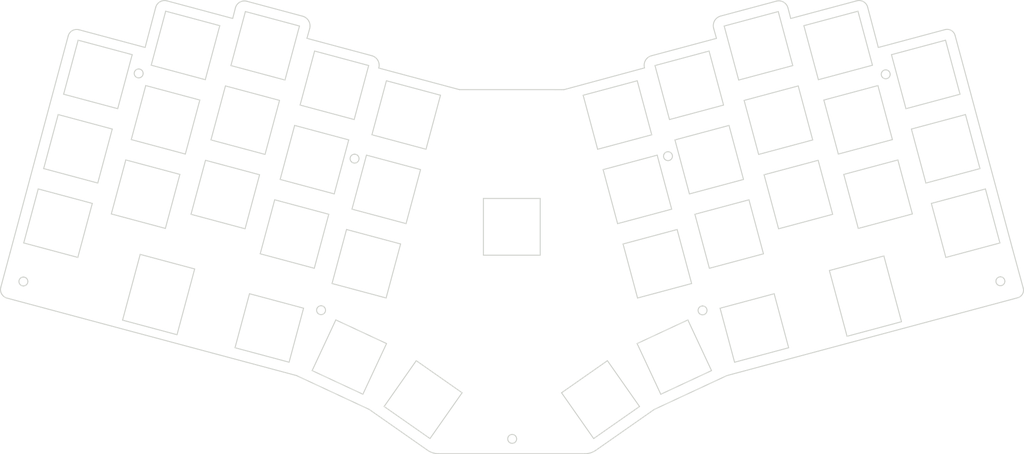
<source format=kicad_pcb>
(kicad_pcb (version 20171130) (host pcbnew "(5.1.10)-1")

  (general
    (thickness 1.6)
    (drawings 270)
    (tracks 0)
    (zones 0)
    (modules 0)
    (nets 1)
  )

  (page A4)
  (layers
    (0 F.Cu signal)
    (31 B.Cu signal)
    (32 B.Adhes user)
    (33 F.Adhes user)
    (34 B.Paste user)
    (35 F.Paste user)
    (36 B.SilkS user)
    (37 F.SilkS user)
    (38 B.Mask user)
    (39 F.Mask user)
    (40 Dwgs.User user)
    (41 Cmts.User user)
    (42 Eco1.User user)
    (43 Eco2.User user)
    (44 Edge.Cuts user)
    (45 Margin user)
    (46 B.CrtYd user)
    (47 F.CrtYd user)
    (48 B.Fab user)
    (49 F.Fab user)
  )

  (setup
    (last_trace_width 0.254)
    (trace_clearance 0.2)
    (zone_clearance 0.508)
    (zone_45_only no)
    (trace_min 0.2)
    (via_size 0.8)
    (via_drill 0.4)
    (via_min_size 0.4)
    (via_min_drill 0.3)
    (uvia_size 0.3)
    (uvia_drill 0.1)
    (uvias_allowed no)
    (uvia_min_size 0.2)
    (uvia_min_drill 0.1)
    (edge_width 0.05)
    (segment_width 0.2)
    (pcb_text_width 0.3)
    (pcb_text_size 1.5 1.5)
    (mod_edge_width 0.12)
    (mod_text_size 1 1)
    (mod_text_width 0.15)
    (pad_size 1.524 1.524)
    (pad_drill 0.762)
    (pad_to_mask_clearance 0)
    (aux_axis_origin 0 0)
    (visible_elements 7FFFFFFF)
    (pcbplotparams
      (layerselection 0x010fc_ffffffff)
      (usegerberextensions false)
      (usegerberattributes true)
      (usegerberadvancedattributes true)
      (creategerberjobfile true)
      (excludeedgelayer true)
      (linewidth 0.100000)
      (plotframeref false)
      (viasonmask false)
      (mode 1)
      (useauxorigin false)
      (hpglpennumber 1)
      (hpglpenspeed 20)
      (hpglpendiameter 15.000000)
      (psnegative false)
      (psa4output false)
      (plotreference true)
      (plotvalue true)
      (plotinvisibletext false)
      (padsonsilk false)
      (subtractmaskfromsilk false)
      (outputformat 1)
      (mirror false)
      (drillshape 0)
      (scaleselection 1)
      (outputdirectory "gerbers/"))
  )

  (net 0 "")

  (net_class Default "This is the default net class."
    (clearance 0.2)
    (trace_width 0.254)
    (via_dia 0.8)
    (via_drill 0.4)
    (uvia_dia 0.3)
    (uvia_drill 0.1)
  )

  (net_class Power ""
    (clearance 0.2)
    (trace_width 0.381)
    (via_dia 0.8)
    (via_drill 0.4)
    (uvia_dia 0.3)
    (uvia_drill 0.1)
  )

  (gr_line (start 244.28262 118.2953) (end 230.85618 121.89194) (layer Edge.Cuts) (width 0.25))
  (gr_line (start 239.93414 102.06724) (end 226.5077 105.66388) (layer Edge.Cuts) (width 0.25))
  (gr_line (start 155.22006 101.87928) (end 155.22006 87.8788) (layer Edge.Cuts) (width 0.25))
  (gr_line (start 96.03044 64.83084) (end 109.36036 68.40462) (layer Edge.Cuts) (width 0.25))
  (gr_line (start 52.2637 117.90922) (end 56.61218 101.68116) (layer Edge.Cuts) (width 0.25))
  (gr_line (start 96.03044 64.83084) (end 99.60422 51.50092) (layer Edge.Cuts) (width 0.25))
  (gr_line (start 112.93414 55.0747) (end 109.36036 68.40462) (layer Edge.Cuts) (width 0.25))
  (gr_line (start 103.09926 91.78024) (end 89.76934 88.20646) (layer Edge.Cuts) (width 0.25))
  (gr_line (start 86.19556 101.53638) (end 99.52548 105.10762) (layer Edge.Cuts) (width 0.25))
  (gr_line (start 65.69014 121.50586) (end 52.2637 117.90922) (layer Edge.Cuts) (width 0.25))
  (gr_line (start 70.03862 105.277799) (end 56.61218 101.68116) (layer Edge.Cuts) (width 0.25))
  (gr_line (start 65.69014 121.50586) (end 70.03862 105.277799) (layer Edge.Cuts) (width 0.25))
  (gr_line (start 230.85618 121.89194) (end 226.5077 105.66388) (layer Edge.Cuts) (width 0.25))
  (gr_line (start 244.28262 118.2953) (end 239.93414 102.06724) (layer Edge.Cuts) (width 0.25))
  (gr_line (start 141.21958 101.87928) (end 141.21958 87.8788) (layer Edge.Cuts) (width 0.25))
  (gr_line (start 155.22006 101.87928) (end 141.21958 101.87928) (layer Edge.Cuts) (width 0.25))
  (gr_line (start 86.19556 101.53638) (end 89.76934 88.20646) (layer Edge.Cuts) (width 0.25))
  (gr_line (start 155.22006 87.8788) (end 141.21958 87.8788) (layer Edge.Cuts) (width 0.25))
  (gr_line (start 103.09926 91.78024) (end 99.52548 105.10762) (layer Edge.Cuts) (width 0.25))
  (gr_line (start 264.970919 85.53184) (end 251.641 89.10308) (layer Edge.Cuts) (width 0.25))
  (gr_line (start 191.61318 117.85588) (end 179.10622 123.68772) (layer Edge.Cuts) (width 0.25))
  (gr_line (start 203.13208 128.29274) (end 199.56084 114.96282) (layer Edge.Cuts) (width 0.25))
  (gr_line (start 108.0167 73.4262) (end 104.44292 86.75612) (layer Edge.Cuts) (width 0.25))
  (gr_line (start 212.89076 111.39158) (end 199.56084 114.96282) (layer Edge.Cuts) (width 0.25))
  (gr_line (start 98.9997 130.3603) (end 104.83154 117.85334) (layer Edge.Cuts) (width 0.25))
  (gr_line (start 117.3385 123.68518) (end 111.50666 136.19214) (layer Edge.Cuts) (width 0.25))
  (gr_line (start 223.73656 78.46302) (end 227.3078 91.79294) (layer Edge.Cuts) (width 0.25))
  (gr_line (start 243.38346 78.37412) (end 230.05354 81.94536) (layer Edge.Cuts) (width 0.25))
  (gr_line (start 233.62478 95.27528) (end 230.05354 81.94536) (layer Edge.Cuts) (width 0.25))
  (gr_line (start 212.89076 111.39158) (end 216.462 124.7215) (layer Edge.Cuts) (width 0.25))
  (gr_line (start 91.113 83.18488) (end 94.68678 69.85496) (layer Edge.Cuts) (width 0.25))
  (gr_line (start 243.38346 78.37412) (end 246.9547 91.70404) (layer Edge.Cuts) (width 0.25))
  (gr_line (start 135.964319 135.82892) (end 128.04968 147.13192) (layer Edge.Cuts) (width 0.25))
  (gr_line (start 206.67792 88.209) (end 193.348 91.78024) (layer Edge.Cuts) (width 0.25))
  (gr_line (start 196.91924 105.11016) (end 193.348 91.78024) (layer Edge.Cuts) (width 0.25))
  (gr_line (start 49.49256 91.7015) (end 62.81994 95.27274) (layer Edge.Cuts) (width 0.25))
  (gr_line (start 255.21224 102.433) (end 268.54216 98.86176) (layer Edge.Cuts) (width 0.25))
  (gr_line (start 196.84304 51.50346) (end 183.51312 55.07724) (layer Edge.Cuts) (width 0.25))
  (gr_line (start 203.13208 128.29274) (end 216.462 124.7215) (layer Edge.Cuts) (width 0.25))
  (gr_line (start 49.49256 91.7015) (end 53.0638 78.37158) (layer Edge.Cuts) (width 0.25))
  (gr_line (start 187.08436 68.40462) (end 200.41428 64.83338) (layer Edge.Cuts) (width 0.25))
  (gr_line (start 66.39372 81.94282) (end 62.81994 95.27274) (layer Edge.Cuts) (width 0.25))
  (gr_line (start 116.74668 139.21728) (end 128.04968 147.13192) (layer Edge.Cuts) (width 0.25))
  (gr_line (start 191.61318 117.85588) (end 197.44756 130.36284) (layer Edge.Cuts) (width 0.25))
  (gr_line (start 168.39504 147.13446) (end 179.70058 139.21982) (layer Edge.Cuts) (width 0.25))
  (gr_line (start 120.80306 99.11068) (end 107.47314 95.53944) (layer Edge.Cuts) (width 0.25))
  (gr_line (start 255.21224 102.433) (end 251.641 89.10308) (layer Edge.Cuts) (width 0.25))
  (gr_line (start 98.9997 130.3603) (end 111.50666 136.19214) (layer Edge.Cuts) (width 0.25))
  (gr_line (start 86.04062 82.03172) (end 72.7107 78.46048) (layer Edge.Cuts) (width 0.25))
  (gr_line (start 187.08436 68.40462) (end 183.51312 55.07724) (layer Edge.Cuts) (width 0.25))
  (gr_line (start 213.97788 95.36418) (end 227.3078 91.79294) (layer Edge.Cuts) (width 0.25))
  (gr_line (start 116.74668 139.21728) (end 124.66132 127.91174) (layer Edge.Cuts) (width 0.25))
  (gr_line (start 103.9019 108.86936) (end 117.23182 112.4406) (layer Edge.Cuts) (width 0.25))
  (gr_line (start 171.78594 127.91428) (end 179.70058 139.21982) (layer Edge.Cuts) (width 0.25))
  (gr_line (start 69.136919 91.7904) (end 82.46684 95.36164) (layer Edge.Cuts) (width 0.25))
  (gr_line (start 69.136919 91.7904) (end 72.7107 78.46048) (layer Edge.Cuts) (width 0.25))
  (gr_line (start 91.113 83.18488) (end 104.44292 86.75612) (layer Edge.Cuts) (width 0.25))
  (gr_line (start 86.04062 82.03172) (end 82.46684 95.36164) (layer Edge.Cuts) (width 0.25))
  (gr_line (start 188.97158 95.54198) (end 175.64166 99.11322) (layer Edge.Cuts) (width 0.25))
  (gr_line (start 168.39504 147.13446) (end 160.4804 135.83146) (layer Edge.Cuts) (width 0.25))
  (gr_line (start 103.9019 108.86936) (end 107.47314 95.53944) (layer Edge.Cuts) (width 0.25))
  (gr_line (start 96.88642 114.96028) (end 93.31518 128.2902) (layer Edge.Cuts) (width 0.25))
  (gr_line (start 120.80306 99.11068) (end 117.23182 112.4406) (layer Edge.Cuts) (width 0.25))
  (gr_line (start 179.21544 112.44314) (end 175.64166 99.11322) (layer Edge.Cuts) (width 0.25))
  (gr_line (start 79.98526 124.71896) (end 93.31518 128.2902) (layer Edge.Cuts) (width 0.25))
  (gr_line (start 108.0167 73.4262) (end 94.68678 69.85496) (layer Edge.Cuts) (width 0.25))
  (gr_line (start 179.21544 112.44314) (end 192.54282 108.8719) (layer Edge.Cuts) (width 0.25))
  (gr_line (start 96.88642 114.96028) (end 83.5565 111.38904) (layer Edge.Cuts) (width 0.25))
  (gr_line (start 112.93414 55.0747) (end 99.60422 51.50092) (layer Edge.Cuts) (width 0.25))
  (gr_line (start 196.84304 51.50346) (end 200.41428 64.83338) (layer Edge.Cuts) (width 0.25))
  (gr_line (start 188.97158 95.54198) (end 192.54282 108.8719) (layer Edge.Cuts) (width 0.25))
  (gr_line (start 184.9406 136.19468) (end 197.44756 130.36284) (layer Edge.Cuts) (width 0.25))
  (gr_line (start 184.9406 136.19468) (end 179.10622 123.68772) (layer Edge.Cuts) (width 0.25))
  (gr_line (start 213.97788 95.36418) (end 210.40664 82.03426) (layer Edge.Cuts) (width 0.25))
  (gr_line (start 233.62478 95.27528) (end 246.9547 91.70404) (layer Edge.Cuts) (width 0.25))
  (gr_line (start 196.91924 105.11016) (end 210.24916 101.53892) (layer Edge.Cuts) (width 0.25))
  (gr_line (start 117.3385 123.68518) (end 104.83154 117.85334) (layer Edge.Cuts) (width 0.25))
  (gr_line (start 223.73656 78.46302) (end 210.40664 82.03426) (layer Edge.Cuts) (width 0.25))
  (gr_line (start 206.67792 88.209) (end 210.24916 101.53892) (layer Edge.Cuts) (width 0.25))
  (gr_line (start 264.970919 85.53184) (end 268.54216 98.86176) (layer Edge.Cuts) (width 0.25))
  (gr_line (start 171.78594 127.91428) (end 160.4804 135.83146) (layer Edge.Cuts) (width 0.25))
  (gr_line (start 79.98526 124.71896) (end 83.5565 111.38904) (layer Edge.Cuts) (width 0.25))
  (gr_line (start 135.964319 135.82892) (end 124.66132 127.91174) (layer Edge.Cuts) (width 0.25))
  (gr_line (start 95.14144 131.584479) (end 23.801235 112.476653) (layer Edge.Cuts) (width 0.25))
  (gr_line (start 183.327703 139.943723) (end 168.942778 150.015978) (layer Edge.Cuts) (width 0.25))
  (gr_curve (pts (xy 255.006739 46.213384) (xy 256.087225 45.923867) (xy 257.198047 46.564132) (xy 257.489121 47.6442)) (layer Edge.Cuts) (width 0.25))
  (gr_curve (pts (xy 272.928486 112.382673) (xy 263.723195 114.848764) (xy 222.833201 125.803494) (xy 201.244865 131.587123)) (layer Edge.Cuts) (width 0.25))
  (gr_curve (pts (xy 198.203701 44.021532) (xy 198.528426 43.450752) (xy 199.068236 43.033813) (xy 199.702547 42.863852)) (layer Edge.Cuts) (width 0.25))
  (gr_curve (pts (xy 274.287818 110.010056) (xy 274.569682 111.043793) (xy 273.961072 112.106039) (xy 272.928486 112.382673)) (layer Edge.Cuts) (width 0.25))
  (gr_line (start 238.562537 50.61954) (end 255.006739 46.213384) (layer Edge.Cuts) (width 0.25))
  (gr_line (start 268.659 107.212559) (end 268.659 107.212559) (layer Edge.Cuts) (width 0.25))
  (gr_line (start 216.296519 40.863644) (end 216.975085 43.46436) (layer Edge.Cuts) (width 0.25))
  (gr_curve (pts (xy 113.702917 52.649329) (xy 114.339265 52.819813) (xy 114.880226 53.239224) (xy 115.203874 53.813032)) (layer Edge.Cuts) (width 0.25))
  (gr_curve (pts (xy 130.15472 150.86826) (xy 129.184687 150.868195) (xy 128.23816 150.569685) (xy 127.443593 150.013243)) (layer Edge.Cuts) (width 0.25))
  (gr_curve (pts (xy 233.252634 39.102857) (xy 233.814717 38.95225) (xy 234.413636 39.031696) (xy 234.917015 39.323636)) (layer Edge.Cuts) (width 0.25))
  (gr_curve (pts (xy 22.470825 111.455869) (xy 22.180294 110.952622) (xy 22.101615 110.354561) (xy 22.252101 109.793295)) (layer Edge.Cuts) (width 0.25))
  (gr_line (start 82.885315 39.214661) (end 96.639644 42.899568) (layer Edge.Cuts) (width 0.25))
  (gr_line (start 97.717 48.36656) (end 113.702917 52.649329) (layer Edge.Cuts) (width 0.25))
  (gr_curve (pts (xy 181.159859 53.805363) (xy 181.479389 53.243281) (xy 182.01082 52.832672) (xy 182.635347 52.665333)) (layer Edge.Cuts) (width 0.25))
  (gr_curve (pts (xy 149.086527 146.434628) (xy 148.880374 146.228475) (xy 148.60077 146.112659) (xy 148.309225 146.112659)) (layer Edge.Cuts) (width 0.25))
  (gr_curve (pts (xy 98.152449 44.066429) (xy 98.480733 44.641735) (xy 98.565334 45.324426) (xy 98.38741 45.962462)) (layer Edge.Cuts) (width 0.25))
  (gr_line (start 113.06114 139.941079) (end 95.14144 131.584479) (layer Edge.Cuts) (width 0.25))
  (gr_curve (pts (xy 81.143605 39.448572) (xy 81.669669 39.141216) (xy 82.296798 39.056992) (xy 82.885315 39.214661)) (layer Edge.Cuts) (width 0.25))
  (gr_curve (pts (xy 38.865642 47.769941) (xy 39.174025 46.619445) (xy 40.356614 45.936716) (xy 41.507148 46.244955)) (layer Edge.Cuts) (width 0.25))
  (gr_line (start 260.911999 60.3452) (end 271.5673 100.032703) (layer Edge.Cuts) (width 0.25))
  (gr_curve (pts (xy 96.639644 42.899568) (xy 97.279459 43.07098) (xy 97.824165 43.491124) (xy 98.152449 44.066429)) (layer Edge.Cuts) (width 0.25))
  (gr_line (start 79.41376 43.46182) (end 80.084607 40.850996) (layer Edge.Cuts) (width 0.25))
  (gr_line (start 199.702547 42.863852) (end 213.417731 39.188926) (layer Edge.Cuts) (width 0.25))
  (gr_line (start 127.443593 150.013243) (end 113.06114 139.941079) (layer Edge.Cuts) (width 0.25))
  (gr_line (start 24.55992 101.185863) (end 35.829897 59.09552) (layer Edge.Cuts) (width 0.25))
  (gr_line (start 161.090003 61.02592) (end 180.935023 55.65636) (layer Edge.Cuts) (width 0.25))
  (gr_curve (pts (xy 80.084607 40.850996) (xy 80.236233 40.260893) (xy 80.617541 39.755929) (xy 81.143605 39.448572)) (layer Edge.Cuts) (width 0.25))
  (gr_line (start 35.829897 59.09552) (end 38.865642 47.769941) (layer Edge.Cuts) (width 0.25))
  (gr_line (start 257.489121 47.6442) (end 260.911999 60.3452) (layer Edge.Cuts) (width 0.25))
  (gr_line (start 198.669303 48.3691) (end 197.974397 45.901474) (layer Edge.Cuts) (width 0.25))
  (gr_line (start 63.194664 39.115979) (end 79.41376 43.46182) (layer Edge.Cuts) (width 0.25))
  (gr_line (start 57.8263 50.617) (end 60.438218 40.714607) (layer Edge.Cuts) (width 0.25))
  (gr_curve (pts (xy 61.48444 39.342838) (xy 62.001683 39.042858) (xy 62.6171 38.961224) (xy 63.194664 39.115979)) (layer Edge.Cuts) (width 0.25))
  (gr_curve (pts (xy 213.417731 39.188926) (xy 214.021645 39.02711) (xy 214.665161 39.112908) (xy 215.205583 39.427296)) (layer Edge.Cuts) (width 0.25))
  (gr_curve (pts (xy 23.801235 112.476653) (xy 23.23993 112.326312) (xy 22.761355 111.959116) (xy 22.470825 111.455869)) (layer Edge.Cuts) (width 0.25))
  (gr_line (start 182.635347 52.665333) (end 198.669303 48.3691) (layer Edge.Cuts) (width 0.25))
  (gr_line (start 22.252101 109.793295) (end 24.55992 101.185863) (layer Edge.Cuts) (width 0.25))
  (gr_curve (pts (xy 60.438218 40.714607) (xy 60.590718 40.136444) (xy 60.967196 39.642819) (xy 61.48444 39.342838)) (layer Edge.Cuts) (width 0.25))
  (gr_curve (pts (xy 168.942778 150.015978) (xy 168.148172 150.572358) (xy 167.201614 150.870767) (xy 166.231585 150.870701)) (layer Edge.Cuts) (width 0.25))
  (gr_line (start 148.309225 146.112659) (end 148.309225 146.112659) (layer Edge.Cuts) (width 0.25))
  (gr_curve (pts (xy 148.729898 148.227524) (xy 149.140668 148.057378) (xy 149.408496 147.656544) (xy 149.408496 147.21193)) (layer Edge.Cuts) (width 0.25))
  (gr_line (start 235.935192 40.658634) (end 238.562537 50.61954) (layer Edge.Cuts) (width 0.25))
  (gr_line (start 135.291223 61.02084) (end 161.090003 61.02592) (layer Edge.Cuts) (width 0.25))
  (gr_line (start 180.935023 55.65636) (end 180.935023 55.656358) (layer Edge.Cuts) (width 0.25))
  (gr_line (start 166.231585 150.870701) (end 130.15472 150.86826) (layer Edge.Cuts) (width 0.25))
  (gr_curve (pts (xy 215.205583 39.427296) (xy 215.746006 39.741684) (xy 216.138675 40.25868) (xy 216.296519 40.863644)) (layer Edge.Cuts) (width 0.25))
  (gr_line (start 98.38741 45.962462) (end 97.717 48.36656) (layer Edge.Cuts) (width 0.25))
  (gr_line (start 201.244865 131.587123) (end 183.327703 139.943723) (layer Edge.Cuts) (width 0.25))
  (gr_curve (pts (xy 197.974397 45.901474) (xy 197.796391 45.269374) (xy 197.878975 44.592312) (xy 198.203701 44.021532)) (layer Edge.Cuts) (width 0.25))
  (gr_curve (pts (xy 115.203874 53.813032) (xy 115.527521 54.386841) (xy 115.606619 55.066758) (xy 115.42334 55.69954)) (layer Edge.Cuts) (width 0.25))
  (gr_line (start 115.42334 55.69954) (end 135.291223 61.02084) (layer Edge.Cuts) (width 0.25))
  (gr_curve (pts (xy 180.935023 55.656358) (xy 180.759349 55.034125) (xy 180.840329 54.367445) (xy 181.159859 53.805363)) (layer Edge.Cuts) (width 0.25))
  (gr_line (start 41.507148 46.244955) (end 57.8263 50.617) (layer Edge.Cuts) (width 0.25))
  (gr_line (start 271.5673 100.032703) (end 274.287818 110.010056) (layer Edge.Cuts) (width 0.25))
  (gr_line (start 216.975085 43.46436) (end 233.252634 39.102857) (layer Edge.Cuts) (width 0.25))
  (gr_curve (pts (xy 234.917015 39.323636) (xy 235.420394 39.615574) (xy 235.78678 40.095969) (xy 235.935192 40.658634)) (layer Edge.Cuts) (width 0.25))
  (gr_curve (pts (xy 149.408496 147.21193) (xy 149.408496 146.920385) (xy 149.292681 146.640782) (xy 149.086527 146.434628)) (layer Edge.Cuts) (width 0.25))
  (gr_line (start 95.8755 45.32618) (end 82.54558 41.75494) (layer Edge.Cuts) (width 0.25))
  (gr_curve (pts (xy 241.48833 57.241854) (xy 241.48833 56.950309) (xy 241.372514 56.670705) (xy 241.166361 56.464552)) (layer Edge.Cuts) (width 0.25))
  (gr_curve (pts (xy 55.461752 57.79914) (xy 55.776141 58.113529) (xy 56.248957 58.207578) (xy 56.659727 58.037432)) (layer Edge.Cuts) (width 0.25))
  (gr_line (start 54.64114 52.395) (end 41.31122 48.82376) (layer Edge.Cuts) (width 0.25))
  (gr_curve (pts (xy 269.75827 108.31183) (xy 269.75827 108.020285) (xy 269.642455 107.740682) (xy 269.436302 107.534528)) (layer Edge.Cuts) (width 0.25))
  (gr_curve (pts (xy 269.079673 109.327424) (xy 269.490441 109.157278) (xy 269.75827 108.756444) (xy 269.75827 108.31183)) (layer Edge.Cuts) (width 0.25))
  (gr_line (start 76.2286 45.23982) (end 72.65736 58.56974) (layer Edge.Cuts) (width 0.25))
  (gr_line (start 59.32744 54.99596) (end 62.89868 41.66604) (layer Edge.Cuts) (width 0.25))
  (gr_curve (pts (xy 147.531924 147.989232) (xy 147.846313 148.303621) (xy 148.319129 148.39767) (xy 148.729898 148.227524)) (layer Edge.Cuts) (width 0.25))
  (gr_curve (pts (xy 110.236463 77.274492) (xy 110.03031 77.068339) (xy 109.750706 76.952523) (xy 109.459161 76.952523)) (layer Edge.Cuts) (width 0.25))
  (gr_curve (pts (xy 147.293632 146.791257) (xy 147.123485 147.202027) (xy 147.217534 147.674843) (xy 147.531924 147.989232)) (layer Edge.Cuts) (width 0.25))
  (gr_curve (pts (xy 267.643405 107.891157) (xy 267.47326 108.301927) (xy 267.567309 108.774743) (xy 267.881697 109.089132)) (layer Edge.Cuts) (width 0.25))
  (gr_line (start 186.719116 76.342669) (end 186.719116 76.342669) (layer Edge.Cuts) (width 0.25))
  (gr_curve (pts (xy 56.659727 58.037432) (xy 57.070496 57.867286) (xy 57.338325 57.466452) (xy 57.338325 57.021838)) (layer Edge.Cuts) (width 0.25))
  (gr_line (start 195.239289 114.402535) (end 195.239289 114.402535) (layer Edge.Cuts) (width 0.25))
  (gr_curve (pts (xy 187.139788 78.457534) (xy 187.550558 78.287388) (xy 187.818386 77.886554) (xy 187.818386 77.44194)) (layer Edge.Cuts) (width 0.25))
  (gr_curve (pts (xy 241.166361 56.464552) (xy 240.960208 56.258398) (xy 240.680604 56.142583) (xy 240.389059 56.142583)) (layer Edge.Cuts) (width 0.25))
  (gr_line (start 37.73744 62.15368) (end 41.31122 48.82376) (layer Edge.Cuts) (width 0.25))
  (gr_curve (pts (xy 194.461987 116.279107) (xy 194.776376 116.593497) (xy 195.249192 116.687546) (xy 195.659962 116.517399)) (layer Edge.Cuts) (width 0.25))
  (gr_curve (pts (xy 57.338325 57.021838) (xy 57.338325 56.730293) (xy 57.222509 56.45069) (xy 57.016356 56.244535)) (layer Edge.Cuts) (width 0.25))
  (gr_line (start 27.819248 107.272503) (end 27.819248 107.272503) (layer Edge.Cuts) (width 0.25))
  (gr_curve (pts (xy 109.459161 76.952523) (xy 109.014547 76.952523) (xy 108.613713 77.220352) (xy 108.443567 77.631121)) (layer Edge.Cuts) (width 0.25))
  (gr_line (start 54.64114 52.395) (end 51.06736 65.72492) (layer Edge.Cuts) (width 0.25))
  (gr_curve (pts (xy 148.309225 146.112659) (xy 147.864612 146.112659) (xy 147.463778 146.380488) (xy 147.293632 146.791257)) (layer Edge.Cuts) (width 0.25))
  (gr_curve (pts (xy 195.659962 116.517399) (xy 196.070731 116.347253) (xy 196.33856 115.946419) (xy 196.33856 115.501806)) (layer Edge.Cuts) (width 0.25))
  (gr_line (start 240.389059 56.142583) (end 240.389059 56.142583) (layer Edge.Cuts) (width 0.25))
  (gr_curve (pts (xy 27.819248 107.272503) (xy 27.212137 107.272503) (xy 26.719977 107.764664) (xy 26.719977 108.371774)) (layer Edge.Cuts) (width 0.25))
  (gr_curve (pts (xy 269.436302 107.534528) (xy 269.230149 107.328375) (xy 268.950544 107.212559) (xy 268.659 107.212559)) (layer Edge.Cuts) (width 0.25))
  (gr_curve (pts (xy 28.59655 107.594472) (xy 28.390397 107.388319) (xy 28.110793 107.272503) (xy 27.819248 107.272503)) (layer Edge.Cuts) (width 0.25))
  (gr_curve (pts (xy 28.918519 108.371774) (xy 28.918519 108.080229) (xy 28.802703 107.800626) (xy 28.59655 107.594472)) (layer Edge.Cuts) (width 0.25))
  (gr_curve (pts (xy 267.881697 109.089132) (xy 268.196086 109.403521) (xy 268.668903 109.49757) (xy 269.079673 109.327424)) (layer Edge.Cuts) (width 0.25))
  (gr_curve (pts (xy 195.239289 114.402535) (xy 194.794676 114.402535) (xy 194.393841 114.670363) (xy 194.223695 115.081133)) (layer Edge.Cuts) (width 0.25))
  (gr_line (start 109.459161 76.952523) (end 109.459161 76.952523) (layer Edge.Cuts) (width 0.25))
  (gr_curve (pts (xy 109.879834 79.067388) (xy 110.290603 78.897242) (xy 110.558432 78.496408) (xy 110.558432 78.051794)) (layer Edge.Cuts) (width 0.25))
  (gr_line (start 37.73744 62.15368) (end 51.06736 65.72492) (layer Edge.Cuts) (width 0.25))
  (gr_curve (pts (xy 239.373465 56.821181) (xy 239.203319 57.23195) (xy 239.297368 57.704766) (xy 239.611757 58.019155)) (layer Edge.Cuts) (width 0.25))
  (gr_curve (pts (xy 185.941814 78.219242) (xy 186.256203 78.533631) (xy 186.729019 78.62768) (xy 187.139788 78.457534)) (layer Edge.Cuts) (width 0.25))
  (gr_curve (pts (xy 100.421779 116.229072) (xy 100.736168 116.543461) (xy 101.208984 116.63751) (xy 101.619754 116.467364)) (layer Edge.Cuts) (width 0.25))
  (gr_curve (pts (xy 185.703522 77.021267) (xy 185.533376 77.432037) (xy 185.627424 77.904853) (xy 185.941814 78.219242)) (layer Edge.Cuts) (width 0.25))
  (gr_line (start 56.239054 55.922567) (end 56.239054 55.922567) (layer Edge.Cuts) (width 0.25))
  (gr_curve (pts (xy 55.22346 56.601165) (xy 55.053314 57.011935) (xy 55.147363 57.484751) (xy 55.461752 57.79914)) (layer Edge.Cuts) (width 0.25))
  (gr_curve (pts (xy 240.809732 58.257447) (xy 241.220501 58.087301) (xy 241.48833 57.686467) (xy 241.48833 57.241854)) (layer Edge.Cuts) (width 0.25))
  (gr_curve (pts (xy 101.976383 114.674468) (xy 101.77023 114.468315) (xy 101.490626 114.352499) (xy 101.199081 114.352499)) (layer Edge.Cuts) (width 0.25))
  (gr_line (start 76.2286 45.23982) (end 62.89868 41.66604) (layer Edge.Cuts) (width 0.25))
  (gr_line (start 59.32744 54.99596) (end 72.65736 58.56974) (layer Edge.Cuts) (width 0.25))
  (gr_curve (pts (xy 240.389059 56.142583) (xy 239.944446 56.142583) (xy 239.543611 56.410411) (xy 239.373465 56.821181)) (layer Edge.Cuts) (width 0.25))
  (gr_curve (pts (xy 186.719116 76.342669) (xy 186.274502 76.342669) (xy 185.873668 76.610498) (xy 185.703522 77.021267)) (layer Edge.Cuts) (width 0.25))
  (gr_curve (pts (xy 101.619754 116.467364) (xy 102.030523 116.297218) (xy 102.298352 115.896384) (xy 102.298352 115.45177)) (layer Edge.Cuts) (width 0.25))
  (gr_curve (pts (xy 27.819248 109.471045) (xy 28.426359 109.471045) (xy 28.918519 108.978885) (xy 28.918519 108.371774)) (layer Edge.Cuts) (width 0.25))
  (gr_curve (pts (xy 108.681859 78.829096) (xy 108.996248 79.143485) (xy 109.469064 79.237534) (xy 109.879834 79.067388)) (layer Edge.Cuts) (width 0.25))
  (gr_curve (pts (xy 56.239054 55.922567) (xy 55.79444 55.922567) (xy 55.393606 56.190395) (xy 55.22346 56.601165)) (layer Edge.Cuts) (width 0.25))
  (gr_curve (pts (xy 102.298352 115.45177) (xy 102.298352 115.160225) (xy 102.182536 114.880622) (xy 101.976383 114.674468)) (layer Edge.Cuts) (width 0.25))
  (gr_curve (pts (xy 100.183487 115.031097) (xy 100.013341 115.441867) (xy 100.10739 115.914683) (xy 100.421779 116.229072)) (layer Edge.Cuts) (width 0.25))
  (gr_curve (pts (xy 187.818386 77.44194) (xy 187.818386 76.83483) (xy 187.326226 76.342669) (xy 186.719116 76.342669)) (layer Edge.Cuts) (width 0.25))
  (gr_curve (pts (xy 26.719977 108.371774) (xy 26.719977 108.978885) (xy 27.212137 109.471045) (xy 27.819248 109.471045)) (layer Edge.Cuts) (width 0.25))
  (gr_curve (pts (xy 110.558432 78.051794) (xy 110.558432 77.760249) (xy 110.442616 77.480646) (xy 110.236463 77.274492)) (layer Edge.Cuts) (width 0.25))
  (gr_curve (pts (xy 108.443567 77.631121) (xy 108.273421 78.041891) (xy 108.36747 78.514707) (xy 108.681859 78.829096)) (layer Edge.Cuts) (width 0.25))
  (gr_curve (pts (xy 268.659 107.212559) (xy 268.214386 107.212559) (xy 267.813552 107.480388) (xy 267.643405 107.891157)) (layer Edge.Cuts) (width 0.25))
  (gr_curve (pts (xy 239.611757 58.019155) (xy 239.926146 58.333545) (xy 240.398962 58.427594) (xy 240.809732 58.257447)) (layer Edge.Cuts) (width 0.25))
  (gr_curve (pts (xy 57.016356 56.244535) (xy 56.810203 56.038383) (xy 56.530599 55.922567) (xy 56.239054 55.922567)) (layer Edge.Cuts) (width 0.25))
  (gr_line (start 101.199081 114.352499) (end 101.199081 114.352499) (layer Edge.Cuts) (width 0.25))
  (gr_curve (pts (xy 101.199081 114.352499) (xy 100.754467 114.352499) (xy 100.353633 114.620328) (xy 100.183487 115.031097)) (layer Edge.Cuts) (width 0.25))
  (gr_curve (pts (xy 196.33856 115.501806) (xy 196.33856 114.894695) (xy 195.8464 114.402535) (xy 195.239289 114.402535)) (layer Edge.Cuts) (width 0.25))
  (gr_curve (pts (xy 194.223695 115.081133) (xy 194.053549 115.491902) (xy 194.147598 115.964718) (xy 194.461987 116.279107)) (layer Edge.Cuts) (width 0.25))
  (gr_line (start 184.05414 77.19048) (end 187.62538 90.5204) (layer Edge.Cuts) (width 0.25))
  (gr_line (start 174.29546 94.09164) (end 187.62538 90.5204) (layer Edge.Cuts) (width 0.25))
  (gr_line (start 174.29546 94.09164) (end 170.72422 80.76172) (layer Edge.Cuts) (width 0.25))
  (gr_line (start 27.90256 98.85922) (end 31.47634 85.5293) (layer Edge.Cuts) (width 0.25))
  (gr_line (start 192.0018 86.75866) (end 188.43056 73.42874) (layer Edge.Cuts) (width 0.25))
  (gr_line (start 238.46602 60.02262) (end 225.1361 63.59386) (layer Edge.Cuts) (width 0.25))
  (gr_line (start 228.70734 76.92378) (end 242.03726 73.35254) (layer Edge.Cuts) (width 0.25))
  (gr_line (start 260.053479 67.1778) (end 263.624719 80.50772) (layer Edge.Cuts) (width 0.25))
  (gr_line (start 78.97434 55.08486) (end 92.30172 58.6561) (layer Edge.Cuts) (width 0.25))
  (gr_line (start 78.97434 55.08486) (end 82.54558 41.75494) (layer Edge.Cuts) (width 0.25))
  (gr_line (start 95.8755 45.32618) (end 92.30172 58.6561) (layer Edge.Cuts) (width 0.25))
  (gr_line (start 113.73678 72.16382) (end 127.0667 75.73506) (layer Edge.Cuts) (width 0.25))
  (gr_line (start 213.90168 41.75748) (end 200.57176 45.32872) (layer Edge.Cuts) (width 0.25))
  (gr_line (start 238.46602 60.02262) (end 242.03726 73.35254) (layer Edge.Cuts) (width 0.25))
  (gr_line (start 71.31116 63.59132) (end 67.73992 76.92124) (layer Edge.Cuts) (width 0.25))
  (gr_line (start 204.143 58.65864) (end 200.57176 45.32872) (layer Edge.Cuts) (width 0.25))
  (gr_line (start 108.81934 90.51786) (end 122.14926 94.0891) (layer Edge.Cuts) (width 0.25))
  (gr_line (start 250.2948 84.07896) (end 263.624719 80.50772) (layer Edge.Cuts) (width 0.25))
  (gr_line (start 54.41 73.35) (end 67.73992 76.92124) (layer Edge.Cuts) (width 0.25))
  (gr_line (start 113.73678 72.16382) (end 117.30802 58.8339) (layer Edge.Cuts) (width 0.25))
  (gr_line (start 204.143 58.65864) (end 217.47292 55.0874) (layer Edge.Cuts) (width 0.25))
  (gr_line (start 90.95806 63.68022) (end 87.38428 77.01014) (layer Edge.Cuts) (width 0.25))
  (gr_line (start 108.81934 90.51786) (end 112.39058 77.18794) (layer Edge.Cuts) (width 0.25))
  (gr_line (start 223.7899 58.56974) (end 220.21866 45.23982) (layer Edge.Cuts) (width 0.25))
  (gr_line (start 74.05436 73.43636) (end 87.38428 77.01014) (layer Edge.Cuts) (width 0.25))
  (gr_line (start 255.13604 48.8263) (end 241.80612 52.39754) (layer Edge.Cuts) (width 0.25))
  (gr_line (start 245.37736 65.72746) (end 258.707279 62.15622) (layer Edge.Cuts) (width 0.25))
  (gr_line (start 255.13604 48.8263) (end 258.707279 62.15622) (layer Edge.Cuts) (width 0.25))
  (gr_line (start 27.90256 98.85922) (end 41.23248 102.43046) (layer Edge.Cuts) (width 0.25))
  (gr_line (start 49.7237 70.74904) (end 36.39378 67.17526) (layer Edge.Cuts) (width 0.25))
  (gr_line (start 32.82 80.50518) (end 46.14992 84.07642) (layer Edge.Cuts) (width 0.25))
  (gr_line (start 125.7205 80.75918) (end 112.39058 77.18794) (layer Edge.Cuts) (width 0.25))
  (gr_line (start 260.053479 67.1778) (end 246.72356 70.74904) (layer Edge.Cuts) (width 0.25))
  (gr_line (start 44.80626 89.10054) (end 41.23248 102.43046) (layer Edge.Cuts) (width 0.25))
  (gr_line (start 66.39372 81.94282) (end 53.0638 78.37158) (layer Edge.Cuts) (width 0.25))
  (gr_line (start 192.0018 86.75866) (end 205.33172 83.18742) (layer Edge.Cuts) (width 0.25))
  (gr_line (start 218.81912 60.10898) (end 205.4892 63.68276) (layer Edge.Cuts) (width 0.25))
  (gr_line (start 130.637939 62.40514) (end 127.0667 75.73506) (layer Edge.Cuts) (width 0.25))
  (gr_line (start 209.06044 77.01014) (end 222.39036 73.4389) (layer Edge.Cuts) (width 0.25))
  (gr_line (start 213.90168 41.75748) (end 217.47292 55.0874) (layer Edge.Cuts) (width 0.25))
  (gr_line (start 32.82 80.50518) (end 36.39378 67.17526) (layer Edge.Cuts) (width 0.25))
  (gr_line (start 49.7237 70.74904) (end 46.14992 84.07642) (layer Edge.Cuts) (width 0.25))
  (gr_line (start 125.7205 80.75918) (end 122.14926 94.0891) (layer Edge.Cuts) (width 0.25))
  (gr_line (start 184.05414 77.19048) (end 170.72422 80.76172) (layer Edge.Cuts) (width 0.25))
  (gr_line (start 250.2948 84.07896) (end 246.72356 70.74904) (layer Edge.Cuts) (width 0.25))
  (gr_line (start 71.31116 63.59132) (end 57.98124 60.02008) (layer Edge.Cuts) (width 0.25))
  (gr_line (start 209.06044 77.01014) (end 205.4892 63.68276) (layer Edge.Cuts) (width 0.25))
  (gr_line (start 130.637939 62.40514) (end 117.30802 58.8339) (layer Edge.Cuts) (width 0.25))
  (gr_line (start 179.1367 58.83644) (end 165.80678 62.40768) (layer Edge.Cuts) (width 0.25))
  (gr_line (start 90.95806 63.68022) (end 77.62814 60.10644) (layer Edge.Cuts) (width 0.25))
  (gr_line (start 179.1367 58.83644) (end 182.70794 72.16636) (layer Edge.Cuts) (width 0.25))
  (gr_line (start 223.7899 58.56974) (end 237.11982 54.9985) (layer Edge.Cuts) (width 0.25))
  (gr_line (start 201.76048 69.8575) (end 188.43056 73.42874) (layer Edge.Cuts) (width 0.25))
  (gr_line (start 218.81912 60.10898) (end 222.39036 73.4389) (layer Edge.Cuts) (width 0.25))
  (gr_line (start 201.76048 69.8575) (end 205.33172 83.18742) (layer Edge.Cuts) (width 0.25))
  (gr_line (start 228.70734 76.92378) (end 225.1361 63.59386) (layer Edge.Cuts) (width 0.25))
  (gr_line (start 44.80626 89.10054) (end 31.47634 85.5293) (layer Edge.Cuts) (width 0.25))
  (gr_line (start 169.37802 75.7376) (end 182.70794 72.16636) (layer Edge.Cuts) (width 0.25))
  (gr_line (start 169.37802 75.7376) (end 165.80678 62.40768) (layer Edge.Cuts) (width 0.25))
  (gr_line (start 233.54858 41.66858) (end 220.21866 45.23982) (layer Edge.Cuts) (width 0.25))
  (gr_line (start 74.05436 73.43636) (end 77.62814 60.10644) (layer Edge.Cuts) (width 0.25))
  (gr_line (start 233.54858 41.66858) (end 237.11982 54.9985) (layer Edge.Cuts) (width 0.25))
  (gr_line (start 245.37736 65.72746) (end 241.80612 52.39754) (layer Edge.Cuts) (width 0.25))
  (gr_line (start 54.41 73.35) (end 57.98124 60.02008) (layer Edge.Cuts) (width 0.25))

)

</source>
